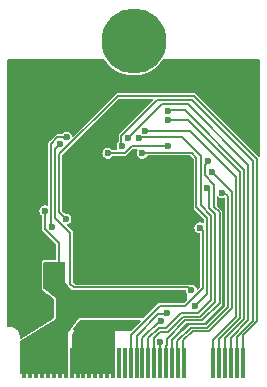
<source format=gbr>
%TF.GenerationSoftware,KiCad,Pcbnew,8.0.4*%
%TF.CreationDate,2024-09-25T00:08:56+05:30*%
%TF.ProjectId,NYSM.2_TMC2209_Stepper_driver,4e59534d-2e32-45f5-944d-43323230395f,rev?*%
%TF.SameCoordinates,Original*%
%TF.FileFunction,Copper,L1,Top*%
%TF.FilePolarity,Positive*%
%FSLAX46Y46*%
G04 Gerber Fmt 4.6, Leading zero omitted, Abs format (unit mm)*
G04 Created by KiCad (PCBNEW 8.0.4) date 2024-09-25 00:08:56*
%MOMM*%
%LPD*%
G01*
G04 APERTURE LIST*
%TA.AperFunction,ComponentPad*%
%ADD10C,5.500000*%
%TD*%
%TA.AperFunction,SMDPad,CuDef*%
%ADD11R,0.350000X2.500000*%
%TD*%
%TA.AperFunction,ViaPad*%
%ADD12C,0.650000*%
%TD*%
%TA.AperFunction,ViaPad*%
%ADD13C,0.600000*%
%TD*%
%TA.AperFunction,Conductor*%
%ADD14C,0.150000*%
%TD*%
%TA.AperFunction,Conductor*%
%ADD15C,0.160000*%
%TD*%
%TA.AperFunction,Conductor*%
%ADD16C,0.200000*%
%TD*%
G04 APERTURE END LIST*
D10*
%TO.P,U2,MOUNTING-HOLE,MP1*%
%TO.N,unconnected-(U2-MP1-PadMOUNTING-HOLE)*%
X144780000Y-102400000D03*
D11*
%TO.P,U2,P$1,1*%
%TO.N,EN*%
X154030000Y-129650000D03*
%TO.P,U2,P$3,3*%
%TO.N,MS1*%
X153530000Y-129650000D03*
%TO.P,U2,P$5,5*%
%TO.N,MS2*%
X153030000Y-129650000D03*
%TO.P,U2,P$7,7*%
%TO.N,UART_TX*%
X152530000Y-129650000D03*
%TO.P,U2,P$9,9*%
%TO.N,UART_RX*%
X152030000Y-129650000D03*
%TO.P,U2,P$11,11*%
%TO.N,CLK*%
X151530000Y-129650000D03*
%TO.P,U2,P$21,21*%
%TO.N,STEP*%
X149030000Y-129650000D03*
%TO.P,U2,P$23,23*%
%TO.N,DIR*%
X148530000Y-129650000D03*
%TO.P,U2,P$25,25*%
%TO.N,GND*%
X148030000Y-129650000D03*
%TO.P,U2,P$27,27*%
%TO.N,VCC_IO*%
X147530000Y-129650000D03*
%TO.P,U2,P$29,29*%
%TO.N,GND*%
X147030000Y-129650000D03*
%TO.P,U2,P$31,31*%
%TO.N,__VREF__*%
X146530000Y-129650000D03*
%TO.P,U2,P$33,33*%
%TO.N,DIAG*%
X146030000Y-129650000D03*
%TO.P,U2,P$35,35*%
%TO.N,INDEX*%
X145530000Y-129650000D03*
%TO.P,U2,P$37,37*%
%TO.N,SPREAD*%
X145030000Y-129650000D03*
%TO.P,U2,P$39,39*%
%TO.N,STDBY*%
X144530000Y-129650000D03*
%TO.P,U2,P$41,41*%
%TO.N,unconnected-(U2-41-PadP$41)*%
X144030000Y-129650000D03*
%TO.P,U2,P$43,43*%
%TO.N,unconnected-(U2-43-PadP$43)*%
X143530000Y-129650000D03*
%TO.P,U2,P$45,45*%
%TO.N,GND*%
X143030000Y-129650000D03*
%TO.P,U2,P$47,47*%
X142530000Y-129650000D03*
%TO.P,U2,P$49,49*%
X142030000Y-129650000D03*
%TO.P,U2,P$51,51*%
X141530000Y-129650000D03*
%TO.P,U2,P$53,53*%
X141030000Y-129650000D03*
%TO.P,U2,P$55,55*%
X140530000Y-129650000D03*
%TO.P,U2,P$57,57*%
X140030000Y-129650000D03*
%TO.P,U2,P$59,59*%
X139530000Y-129650000D03*
%TO.P,U2,P$61,61*%
%TO.N,POW_MOT*%
X139030000Y-129650000D03*
%TO.P,U2,P$63,63*%
X138530000Y-129650000D03*
%TO.P,U2,P$65,65*%
X138030000Y-129650000D03*
%TO.P,U2,P$67,67*%
X137530000Y-129650000D03*
%TO.P,U2,P$69,69*%
X137030000Y-129650000D03*
%TO.P,U2,P$71,71*%
X136530000Y-129650000D03*
%TO.P,U2,P$73,73*%
X136030000Y-129650000D03*
%TO.P,U2,P$75,75*%
X135530000Y-129650000D03*
%TD*%
D12*
%TO.N,GND*%
X151891400Y-106449200D03*
X150091400Y-106349200D03*
X149891400Y-122299200D03*
%TO.N,POW_MOT*%
X148091400Y-124149200D03*
D13*
X138431400Y-121509200D03*
X137266400Y-116749200D03*
X138431400Y-122349200D03*
X137601400Y-122319200D03*
X138031400Y-123079200D03*
D12*
X147291400Y-124149200D03*
X148891400Y-124149200D03*
D13*
X137601400Y-121509200D03*
%TO.N,VCC_IO*%
X147681400Y-111239200D03*
X139127087Y-110543513D03*
X151091400Y-112549200D03*
X142591400Y-111884200D03*
X137901400Y-118149200D03*
%TO.N,GND*%
X140191400Y-108349200D03*
X147291400Y-112849200D03*
X141041400Y-126419200D03*
X147891400Y-104949200D03*
X142541400Y-126379200D03*
D12*
X145191400Y-116349200D03*
D13*
X154891400Y-104449200D03*
X142501400Y-110929200D03*
X137541400Y-124199200D03*
D12*
X143591400Y-118749200D03*
X145991400Y-116349200D03*
D13*
X142091400Y-114749200D03*
D12*
X145191400Y-117149200D03*
D13*
X134891400Y-116749200D03*
X147591400Y-114549200D03*
X135691400Y-105649200D03*
X141711400Y-127039200D03*
D12*
X135991400Y-116999200D03*
D13*
X139791400Y-105949200D03*
X134891400Y-118199200D03*
X147054999Y-127872455D03*
X137541400Y-124999200D03*
X140991400Y-112849200D03*
X142391400Y-109249200D03*
X154791400Y-105849200D03*
D12*
X145191400Y-117949200D03*
D13*
X136991400Y-107249200D03*
X137591400Y-105749200D03*
D12*
X136041400Y-118149200D03*
D13*
X136191400Y-110249200D03*
X140291400Y-127029200D03*
X140624677Y-118001601D03*
D12*
X144391400Y-118749200D03*
D13*
X152211400Y-116189200D03*
X148291400Y-112849200D03*
D12*
X145991400Y-117149200D03*
D13*
X141291400Y-113849200D03*
D12*
X144391400Y-117949200D03*
D13*
X137491400Y-108549200D03*
X135691400Y-108549200D03*
D12*
X136091400Y-114999200D03*
X145991400Y-117949200D03*
D13*
X148271400Y-113859200D03*
X135091400Y-111849200D03*
D12*
X144391400Y-117149200D03*
X143591400Y-116349200D03*
D13*
X142291400Y-113849200D03*
D12*
X143591400Y-117149200D03*
D13*
X141491400Y-110849200D03*
X137491400Y-125799200D03*
D12*
X143591400Y-117949200D03*
X145991400Y-118749200D03*
D13*
X139041400Y-112599200D03*
D12*
X145191400Y-118749200D03*
D13*
X135691400Y-113279200D03*
D12*
X144391400Y-116349200D03*
D13*
X141791400Y-105939200D03*
X142291400Y-112849200D03*
X141791400Y-109949200D03*
X149271400Y-117299200D03*
X134891400Y-115049200D03*
%TO.N,EN*%
X139051400Y-117449200D03*
%TO.N,CLK*%
X145771400Y-109969200D03*
%TO.N,STDBY*%
X150381400Y-118189200D03*
%TO.N,SPREAD*%
X138561400Y-111109200D03*
X149662242Y-123502011D03*
X147571400Y-125399200D03*
%TO.N,DIAG*%
X145241400Y-110629200D03*
%TO.N,MS1*%
X143801400Y-111309200D03*
%TO.N,DIR*%
X152291400Y-115229200D03*
%TO.N,STEP*%
X151386400Y-113449200D03*
%TO.N,MS2*%
X144321400Y-110609200D03*
%TO.N,INDEX*%
X147096400Y-126094965D03*
X145511400Y-111889200D03*
X149991400Y-124799200D03*
%TO.N,__VREF__*%
X150971400Y-114861688D03*
%TO.N,UART_TX*%
X147701400Y-108289200D03*
%TO.N,UART_RX*%
X147701400Y-109089203D03*
%TD*%
D14*
%TO.N,CLK*%
X151530000Y-127662072D02*
X151530000Y-129650000D01*
X153451400Y-113909200D02*
X153451400Y-125740672D01*
X149511400Y-109969200D02*
X153451400Y-113909200D01*
X145771400Y-109969200D02*
X149511400Y-109969200D01*
X153451400Y-125740672D02*
X151530000Y-127662072D01*
%TO.N,VCC_IO*%
X147530000Y-128185627D02*
X147530000Y-129650000D01*
X147580000Y-128135627D02*
X147530000Y-128185627D01*
X147580000Y-127625626D02*
X147580000Y-128135627D01*
X149156426Y-126049200D02*
X147580000Y-127625626D01*
X150601705Y-126049200D02*
X149156426Y-126049200D01*
X152051400Y-124599505D02*
X150601705Y-126049200D01*
X152051400Y-116879200D02*
X152051400Y-124599505D01*
X151591400Y-114549200D02*
X151591400Y-116419200D01*
X151591400Y-116419200D02*
X152051400Y-116879200D01*
X150791400Y-113749200D02*
X151591400Y-114549200D01*
X150791400Y-112849200D02*
X150791400Y-113749200D01*
X151091400Y-112549200D02*
X150791400Y-112849200D01*
%TO.N,__VREF__*%
X146530000Y-127559278D02*
X146530000Y-129650000D01*
X147046609Y-127042670D02*
X146530000Y-127559278D01*
X147667930Y-127042670D02*
X147046609Y-127042670D01*
X151701400Y-117067398D02*
X151701400Y-124454531D01*
X151191400Y-116557398D02*
X151701400Y-117067398D01*
X148961400Y-125749200D02*
X147667930Y-127042670D01*
X151191400Y-115081688D02*
X151191400Y-116557398D01*
X151701400Y-124454531D02*
X150406731Y-125749200D01*
X150406731Y-125749200D02*
X148961400Y-125749200D01*
X150971400Y-114861688D02*
X151191400Y-115081688D01*
%TO.N,EN*%
X155205000Y-112362800D02*
X155205000Y-126135600D01*
X149891400Y-107049200D02*
X155205000Y-112362800D01*
X138491400Y-111992373D02*
X143434573Y-107049200D01*
X155205000Y-126135600D02*
X154030000Y-127310600D01*
X154030000Y-127310600D02*
X154030000Y-129650000D01*
X139051400Y-117449200D02*
X138491400Y-116889200D01*
X138491400Y-116889200D02*
X138491400Y-111992373D01*
X143434573Y-107049200D02*
X149891400Y-107049200D01*
%TO.N,MS1*%
X153491400Y-129611400D02*
X153530000Y-129650000D01*
X153491400Y-127424936D02*
X153491400Y-129611400D01*
X149691400Y-107349200D02*
X154855000Y-112512800D01*
X146791400Y-107349200D02*
X149691400Y-107349200D01*
X154855000Y-112512800D02*
X154855000Y-126061336D01*
X154855000Y-126061336D02*
X153491400Y-127424936D01*
X143746400Y-110394200D02*
X146791400Y-107349200D01*
X143746400Y-111254200D02*
X143746400Y-110394200D01*
X143801400Y-111309200D02*
X143746400Y-111254200D01*
%TO.N,MS2*%
X147191400Y-107749200D02*
X144331400Y-110609200D01*
X154501400Y-112859200D02*
X149391400Y-107749200D01*
X149391400Y-107749200D02*
X147191400Y-107749200D01*
X144331400Y-110609200D02*
X144321400Y-110609200D01*
X152991400Y-127500672D02*
X154501400Y-125990672D01*
X152991400Y-129611400D02*
X152991400Y-127500672D01*
X153030000Y-129650000D02*
X152991400Y-129611400D01*
X154501400Y-125990672D02*
X154501400Y-112859200D01*
%TO.N,UART_TX*%
X152530000Y-127510600D02*
X152530000Y-129650000D01*
X154151400Y-113309200D02*
X154151400Y-125889200D01*
X149091400Y-108249200D02*
X154151400Y-113309200D01*
X154151400Y-125889200D02*
X152530000Y-127510600D01*
X147741400Y-108249200D02*
X149091400Y-108249200D01*
X147701400Y-108289200D02*
X147741400Y-108249200D01*
%TO.N,UART_RX*%
X152030000Y-127586336D02*
X152030000Y-129650000D01*
X153801400Y-113459200D02*
X153801400Y-125814936D01*
X149391400Y-109049200D02*
X153801400Y-113459200D01*
X147754573Y-109049200D02*
X149391400Y-109049200D01*
X147714570Y-109089203D02*
X147754573Y-109049200D01*
X147701400Y-109089203D02*
X147714570Y-109089203D01*
X153801400Y-125814936D02*
X152030000Y-127586336D01*
%TO.N,DIAG*%
X151351400Y-117212373D02*
X151351400Y-121869200D01*
X150446400Y-112104200D02*
X150446400Y-116307373D01*
X148891400Y-110549200D02*
X150446400Y-112104200D01*
X145321400Y-110549200D02*
X148891400Y-110549200D01*
X145241400Y-110629200D02*
X145321400Y-110549200D01*
X150446400Y-116307373D02*
X151351400Y-117212373D01*
D15*
%TO.N,POW_MOT*%
X138431400Y-119489200D02*
X138431400Y-121509200D01*
X137266400Y-118324200D02*
X138431400Y-119489200D01*
X137266400Y-116749200D02*
X137266400Y-118324200D01*
D14*
%TO.N,INDEX*%
X151001400Y-123789200D02*
X149991400Y-124799200D01*
X151001400Y-117357347D02*
X151001400Y-123789200D01*
X150096400Y-112254200D02*
X150096400Y-116452347D01*
X149691400Y-111849200D02*
X150096400Y-112254200D01*
X150096400Y-116452347D02*
X151001400Y-117357347D01*
X145551400Y-111849200D02*
X149691400Y-111849200D01*
X145511400Y-111889200D02*
X145551400Y-111849200D01*
%TO.N,STEP*%
X148991400Y-129611400D02*
X149030000Y-129650000D01*
X151930000Y-126215574D02*
X151196374Y-126949200D01*
X153101400Y-125034427D02*
X151930000Y-126205827D01*
X151196374Y-126949200D02*
X149765657Y-126949200D01*
X149765657Y-126949200D02*
X148991400Y-127723457D01*
X153101400Y-115164200D02*
X153101400Y-125034427D01*
X148991400Y-127723457D02*
X148991400Y-129611400D01*
X151386400Y-113449200D02*
X153101400Y-115164200D01*
X151930000Y-126205827D02*
X151930000Y-126215574D01*
%TO.N,VCC_IO*%
X144609573Y-111314200D02*
X147606400Y-111314200D01*
X144039573Y-111884200D02*
X144609573Y-111314200D01*
X142591400Y-111884200D02*
X144039573Y-111884200D01*
X147606400Y-111314200D02*
X147681400Y-111239200D01*
X137791400Y-118039200D02*
X137901400Y-118149200D01*
X138323227Y-110534200D02*
X137791400Y-111066027D01*
X138799573Y-110534200D02*
X138323227Y-110534200D01*
X137791400Y-111066027D02*
X137791400Y-118039200D01*
X138967986Y-110702614D02*
X138799573Y-110534200D01*
X139127087Y-110543513D02*
X138967986Y-110702614D01*
%TO.N,SPREAD*%
X149409431Y-123249200D02*
X149662242Y-123502011D01*
X139431400Y-122969200D02*
X139711400Y-123249200D01*
X139711400Y-123249200D02*
X149409431Y-123249200D01*
X139431400Y-118642373D02*
X139431400Y-122969200D01*
X138141400Y-117352373D02*
X139431400Y-118642373D01*
X138141400Y-111529200D02*
X138141400Y-117352373D01*
X138561400Y-111109200D02*
X138141400Y-111529200D01*
%TO.N,GND*%
X147030000Y-127897454D02*
X147030000Y-129650000D01*
X147054999Y-127872455D02*
X147030000Y-127897454D01*
X152401400Y-124744479D02*
X150796679Y-126349200D01*
X152401400Y-116379200D02*
X152401400Y-124744479D01*
X150796679Y-126349200D02*
X149351400Y-126349200D01*
X147991400Y-127709200D02*
X147991400Y-129611400D01*
X149351400Y-126349200D02*
X147991400Y-127709200D01*
X152211400Y-116189200D02*
X152401400Y-116379200D01*
X147991400Y-129611400D02*
X148030000Y-129650000D01*
%TO.N,CLK*%
X151555000Y-129650000D02*
X151530000Y-129650000D01*
%TO.N,STDBY*%
X150381400Y-118189200D02*
X150651400Y-118459200D01*
X150651400Y-118459200D02*
X150651400Y-123326027D01*
X149153227Y-124824200D02*
X146996400Y-124824200D01*
X150651400Y-123326027D02*
X149153227Y-124824200D01*
X144530000Y-127290600D02*
X144530000Y-129650000D01*
X146996400Y-124824200D02*
X144530000Y-127290600D01*
%TO.N,SPREAD*%
X146858227Y-125519965D02*
X145031400Y-127346792D01*
X145031400Y-128269200D02*
X145030000Y-128270600D01*
X147334573Y-125519965D02*
X146858227Y-125519965D01*
X145030000Y-128270600D02*
X145030000Y-129650000D01*
X145031400Y-127346792D02*
X145031400Y-128269200D01*
%TO.N,DIAG*%
X147522956Y-126692670D02*
X148766426Y-125449200D01*
X146901634Y-126692670D02*
X147522956Y-126692670D01*
X151351400Y-124309557D02*
X151351400Y-121809200D01*
X146030000Y-127564304D02*
X146901634Y-126692670D01*
X150211757Y-125449200D02*
X151351400Y-124309557D01*
X146030000Y-129650000D02*
X146030000Y-127564304D01*
X148766426Y-125449200D02*
X150211757Y-125449200D01*
%TO.N,DIR*%
X152431400Y-115229200D02*
X152751400Y-115549200D01*
X152751400Y-124889453D02*
X150991653Y-126649200D01*
X148491400Y-129611400D02*
X148530000Y-129650000D01*
X148491400Y-127799193D02*
X148491400Y-129611400D01*
X152291400Y-115229200D02*
X152431400Y-115229200D01*
X150991653Y-126649200D02*
X149641393Y-126649200D01*
X149641393Y-126649200D02*
X148491400Y-127799193D01*
X152751400Y-115549200D02*
X152751400Y-124889453D01*
%TO.N,INDEX*%
X147187930Y-125984200D02*
X147115129Y-125984200D01*
D16*
X147096400Y-126094965D02*
X147096400Y-126075730D01*
D14*
X145530000Y-127569329D02*
X145530000Y-129650000D01*
D16*
X147096400Y-126075730D02*
X147187930Y-125984200D01*
D14*
X147115129Y-125984200D02*
X145530000Y-127569329D01*
%TD*%
%TA.AperFunction,Conductor*%
%TO.N,GND*%
G36*
X140771429Y-103946014D02*
G01*
X140791400Y-103946004D01*
X140791400Y-106949200D01*
X137791400Y-109949200D01*
X135691400Y-111949200D01*
X135681400Y-119949200D01*
X136671400Y-121139200D01*
X136671400Y-122849321D01*
X136979900Y-123157821D01*
X136979900Y-123311074D01*
X136980890Y-123328923D01*
X136982773Y-123345844D01*
X137007372Y-123415225D01*
X137007375Y-123415231D01*
X137035822Y-123459548D01*
X137035824Y-123459551D01*
X137073857Y-123500773D01*
X137464674Y-123798538D01*
X137580547Y-123886822D01*
X137605518Y-123902468D01*
X137630487Y-123915100D01*
X137630491Y-123915101D01*
X137630492Y-123915102D01*
X137659528Y-123926599D01*
X137659468Y-123926749D01*
X137674246Y-123933907D01*
X137727258Y-123967976D01*
X137743819Y-123982326D01*
X137782777Y-124027287D01*
X137782778Y-124027288D01*
X137801375Y-124048750D01*
X137812882Y-124060726D01*
X137824410Y-124071550D01*
X137837080Y-124082276D01*
X137971400Y-124184614D01*
X137971400Y-125895448D01*
X135248029Y-127581344D01*
X135196464Y-127592079D01*
X135150062Y-127567156D01*
X135130536Y-127518238D01*
X135130500Y-127515874D01*
X135130500Y-127321162D01*
X135130499Y-127321153D01*
X135099737Y-127166503D01*
X135039394Y-127020821D01*
X135004078Y-126967967D01*
X134994376Y-126953446D01*
X134981400Y-126910668D01*
X134981400Y-126883018D01*
X134981400Y-126649200D01*
X134609216Y-126649200D01*
X134563498Y-126630263D01*
X134563493Y-126630262D01*
X134408846Y-126599500D01*
X134408842Y-126599500D01*
X134369562Y-126599500D01*
X134157500Y-126599500D01*
X134108005Y-126581485D01*
X134081670Y-126535871D01*
X134081400Y-126532785D01*
X134081400Y-116949200D01*
X134080500Y-116832110D01*
X134080500Y-104016200D01*
X134098515Y-103966705D01*
X134144129Y-103940370D01*
X134157500Y-103939200D01*
X140752707Y-103939200D01*
X140771429Y-103946014D01*
G37*
%TD.AperFunction*%
%TD*%
%TA.AperFunction,Conductor*%
%TO.N,GND*%
G36*
X143171400Y-126429200D02*
G01*
X143174190Y-126909085D01*
X143181399Y-128149027D01*
X143181400Y-128149475D01*
X143181400Y-130522500D01*
X143163385Y-130571995D01*
X143117771Y-130598330D01*
X143104400Y-130599500D01*
X139620953Y-130599500D01*
X139571458Y-130581485D01*
X139545123Y-130535871D01*
X139543961Y-130521423D01*
X139591046Y-127174324D01*
X139606505Y-127129120D01*
X140411400Y-126059200D01*
X142461400Y-126049200D01*
X143171400Y-126429200D01*
G37*
%TD.AperFunction*%
%TD*%
%TA.AperFunction,Conductor*%
%TO.N,POW_MOT*%
G36*
X138283890Y-121097664D02*
G01*
X138391390Y-121099200D01*
X138391400Y-121099200D01*
X138741400Y-121099200D01*
X138914400Y-121099200D01*
X138963895Y-121117215D01*
X138990230Y-121162829D01*
X138991400Y-121176200D01*
X138991400Y-122849200D01*
X139219087Y-123076887D01*
X139230663Y-123094209D01*
X139230932Y-123094030D01*
X139235145Y-123100336D01*
X139515144Y-123380334D01*
X139580266Y-123445456D01*
X139665352Y-123480700D01*
X149131263Y-123480700D01*
X149180758Y-123498715D01*
X149207093Y-123544329D01*
X149207479Y-123546741D01*
X149219730Y-123631942D01*
X149219730Y-123631944D01*
X149274260Y-123751351D01*
X149277238Y-123755984D01*
X149275517Y-123757089D01*
X149291390Y-123798619D01*
X149291400Y-123799850D01*
X149291400Y-124326743D01*
X149273385Y-124376238D01*
X149268847Y-124381190D01*
X149123390Y-124526647D01*
X149075654Y-124548907D01*
X149068943Y-124549200D01*
X146891400Y-124549200D01*
X145613953Y-125826647D01*
X145566217Y-125848907D01*
X145559506Y-125849200D01*
X140191400Y-125849200D01*
X139191399Y-127149200D01*
X139191399Y-127149201D01*
X139153488Y-130523365D01*
X139134919Y-130572654D01*
X139089011Y-130598476D01*
X139076493Y-130599500D01*
X135207500Y-130599500D01*
X135158005Y-130581485D01*
X135131670Y-130535871D01*
X135130500Y-130522500D01*
X135130500Y-127886934D01*
X135148515Y-127837439D01*
X135166964Y-127821469D01*
X138191400Y-125949200D01*
X138191400Y-124149200D01*
X137934956Y-123953814D01*
X137923428Y-123942990D01*
X137904831Y-123921528D01*
X137843418Y-123850653D01*
X137843416Y-123850652D01*
X137843417Y-123850652D01*
X137732989Y-123779683D01*
X137732986Y-123779682D01*
X137703392Y-123770992D01*
X137678423Y-123758360D01*
X137171735Y-123372312D01*
X137143283Y-123327987D01*
X137141400Y-123311064D01*
X137141400Y-121174812D01*
X137159415Y-121125317D01*
X137205029Y-121098982D01*
X137216994Y-121097825D01*
X137690195Y-121089221D01*
X137692596Y-121089217D01*
X138283890Y-121097664D01*
G37*
%TD.AperFunction*%
%TD*%
%TA.AperFunction,Conductor*%
%TO.N,GND*%
G36*
X149791400Y-122949200D02*
G01*
X139791400Y-122949200D01*
X139791400Y-112449200D01*
X149791400Y-112449200D01*
X149791400Y-122949200D01*
G37*
%TD.AperFunction*%
%TD*%
%TA.AperFunction,Conductor*%
%TO.N,GND*%
G36*
X149588483Y-126298715D02*
G01*
X149614818Y-126344329D01*
X149605672Y-126396200D01*
X149568456Y-126428837D01*
X149510259Y-126452944D01*
X149510257Y-126452945D01*
X149510256Y-126452946D01*
X149510254Y-126452947D01*
X149058121Y-126905080D01*
X149010385Y-126927340D01*
X149003429Y-126927633D01*
X148791705Y-126926959D01*
X148742268Y-126908787D01*
X148716078Y-126863088D01*
X148725389Y-126811247D01*
X148737499Y-126795516D01*
X149229763Y-126303253D01*
X149277499Y-126280993D01*
X149284210Y-126280700D01*
X149538988Y-126280700D01*
X149588483Y-126298715D01*
G37*
%TD.AperFunction*%
%TA.AperFunction,Conductor*%
G36*
X145346111Y-126028715D02*
G01*
X145372446Y-126074329D01*
X145363300Y-126126200D01*
X145351063Y-126142147D01*
X144602306Y-126890902D01*
X144554570Y-126913162D01*
X144547614Y-126913455D01*
X143174190Y-126909085D01*
X143174190Y-126909086D01*
X143171400Y-126429200D01*
X142461400Y-126049200D01*
X140411400Y-126059200D01*
X139780160Y-126898286D01*
X139779449Y-126898283D01*
X139744380Y-126898172D01*
X139694943Y-126879999D01*
X139668754Y-126834301D01*
X139678065Y-126782459D01*
X139683581Y-126774243D01*
X140247806Y-126040751D01*
X140292262Y-126012505D01*
X140308838Y-126010700D01*
X145296616Y-126010700D01*
X145346111Y-126028715D01*
G37*
%TD.AperFunction*%
%TA.AperFunction,Conductor*%
G36*
X134981400Y-126883018D02*
G01*
X134981399Y-126883017D01*
X134976728Y-126883003D01*
X134927291Y-126864829D01*
X134922528Y-126860450D01*
X134840287Y-126778209D01*
X134709182Y-126690607D01*
X134609216Y-126649200D01*
X134981400Y-126649200D01*
X134981400Y-126883018D01*
G37*
%TD.AperFunction*%
%TA.AperFunction,Conductor*%
G36*
X134081400Y-116949200D02*
G01*
X134081400Y-126532785D01*
X134080500Y-126522500D01*
X134080500Y-116832110D01*
X134081400Y-116949200D01*
G37*
%TD.AperFunction*%
%TA.AperFunction,Conductor*%
G36*
X151938400Y-115525376D02*
G01*
X151958088Y-115541632D01*
X151989382Y-115577747D01*
X152099810Y-115648716D01*
X152099812Y-115648716D01*
X152099813Y-115648717D01*
X152225765Y-115685700D01*
X152225769Y-115685700D01*
X152357031Y-115685700D01*
X152357035Y-115685700D01*
X152421210Y-115666856D01*
X152473771Y-115670196D01*
X152511891Y-115706543D01*
X152519900Y-115740737D01*
X152519900Y-124761669D01*
X152501885Y-124811164D01*
X152497347Y-124816116D01*
X150918316Y-126395147D01*
X150870580Y-126417407D01*
X150863869Y-126417700D01*
X150704110Y-126417700D01*
X150654615Y-126399685D01*
X150628280Y-126354071D01*
X150637426Y-126302200D01*
X150674641Y-126269562D01*
X150732839Y-126245456D01*
X150732842Y-126245453D01*
X150732843Y-126245453D01*
X151490248Y-125488047D01*
X152247656Y-124730640D01*
X152266133Y-124686031D01*
X152282900Y-124645553D01*
X152282900Y-116833152D01*
X152264569Y-116788898D01*
X152255966Y-116768127D01*
X152247657Y-116748066D01*
X151845453Y-116345862D01*
X151823193Y-116298126D01*
X151822900Y-116291415D01*
X151822900Y-115592060D01*
X151840915Y-115542565D01*
X151886529Y-115516230D01*
X151938400Y-115525376D01*
G37*
%TD.AperFunction*%
%TA.AperFunction,Conductor*%
G36*
X137999567Y-124206075D02*
G01*
X138028017Y-124250398D01*
X138029900Y-124267321D01*
X138029900Y-125816342D01*
X138011885Y-125865837D01*
X137993429Y-125881812D01*
X137971400Y-125895448D01*
X137971400Y-124184614D01*
X137999567Y-124206075D01*
G37*
%TD.AperFunction*%
%TA.AperFunction,Conductor*%
G36*
X146396110Y-107298715D02*
G01*
X146422445Y-107344329D01*
X146413299Y-107396200D01*
X146401062Y-107412147D01*
X144998134Y-108815076D01*
X143615266Y-110197944D01*
X143596599Y-110216611D01*
X143550145Y-110263064D01*
X143550144Y-110263065D01*
X143550144Y-110263066D01*
X143519128Y-110337946D01*
X143514900Y-110348153D01*
X143514900Y-110914025D01*
X143496885Y-110963520D01*
X143496093Y-110964449D01*
X143413419Y-111059859D01*
X143402988Y-111082700D01*
X143366812Y-111161917D01*
X143358888Y-111179268D01*
X143340206Y-111309199D01*
X143340206Y-111309200D01*
X143358888Y-111439132D01*
X143358888Y-111439133D01*
X143406648Y-111543714D01*
X143410822Y-111596219D01*
X143380269Y-111639123D01*
X143336606Y-111652700D01*
X143030004Y-111652700D01*
X142980509Y-111634685D01*
X142971811Y-111626124D01*
X142957258Y-111609329D01*
X142893418Y-111535653D01*
X142893416Y-111535652D01*
X142893417Y-111535652D01*
X142782989Y-111464683D01*
X142657035Y-111427700D01*
X142525765Y-111427700D01*
X142525764Y-111427700D01*
X142399811Y-111464683D01*
X142399810Y-111464683D01*
X142289383Y-111535652D01*
X142203419Y-111634859D01*
X142194365Y-111654686D01*
X142148888Y-111754267D01*
X142130206Y-111884200D01*
X142148888Y-112014133D01*
X142203419Y-112133540D01*
X142289382Y-112232747D01*
X142399810Y-112303716D01*
X142399812Y-112303716D01*
X142399813Y-112303717D01*
X142525765Y-112340700D01*
X142525769Y-112340700D01*
X142657031Y-112340700D01*
X142657035Y-112340700D01*
X142782987Y-112303717D01*
X142893418Y-112232747D01*
X142971811Y-112142275D01*
X143017838Y-112116667D01*
X143030004Y-112115700D01*
X144085620Y-112115700D01*
X144085621Y-112115700D01*
X144170707Y-112080456D01*
X144682910Y-111568253D01*
X144730646Y-111545993D01*
X144737357Y-111545700D01*
X145046606Y-111545700D01*
X145096101Y-111563715D01*
X145122436Y-111609329D01*
X145116647Y-111654686D01*
X145068888Y-111759267D01*
X145050206Y-111889200D01*
X145068888Y-112019133D01*
X145123419Y-112138540D01*
X145209382Y-112237747D01*
X145319810Y-112308716D01*
X145319812Y-112308716D01*
X145319813Y-112308717D01*
X145445765Y-112345700D01*
X145445769Y-112345700D01*
X145577031Y-112345700D01*
X145577035Y-112345700D01*
X145702987Y-112308717D01*
X145813418Y-112237747D01*
X145899381Y-112138540D01*
X145905238Y-112125713D01*
X145942184Y-112088175D01*
X145975280Y-112080700D01*
X149563616Y-112080700D01*
X149613111Y-112098715D01*
X149618063Y-112103253D01*
X149842347Y-112327537D01*
X149864607Y-112375273D01*
X149864900Y-112381984D01*
X149864900Y-116406299D01*
X149864900Y-116498395D01*
X149900144Y-116583481D01*
X149900145Y-116583483D01*
X149900146Y-116583484D01*
X150747347Y-117430684D01*
X150769607Y-117478420D01*
X150769900Y-117485131D01*
X150769900Y-117755216D01*
X150751885Y-117804711D01*
X150706271Y-117831046D01*
X150654400Y-117821900D01*
X150651271Y-117819992D01*
X150572992Y-117769685D01*
X150572988Y-117769683D01*
X150447035Y-117732700D01*
X150315765Y-117732700D01*
X150315764Y-117732700D01*
X150189811Y-117769683D01*
X150189810Y-117769683D01*
X150079383Y-117840652D01*
X149993419Y-117939859D01*
X149993419Y-117939860D01*
X149938888Y-118059267D01*
X149920206Y-118189200D01*
X149938888Y-118319133D01*
X149993419Y-118438540D01*
X150079382Y-118537747D01*
X150124566Y-118566785D01*
X150189810Y-118608716D01*
X150189812Y-118608716D01*
X150189813Y-118608717D01*
X150315765Y-118645700D01*
X150342900Y-118645700D01*
X150392395Y-118663715D01*
X150418730Y-118709329D01*
X150419900Y-118722700D01*
X150419900Y-123198242D01*
X150401885Y-123247737D01*
X150397347Y-123252689D01*
X150235297Y-123414738D01*
X150187561Y-123436998D01*
X150136684Y-123423366D01*
X150106474Y-123380220D01*
X150104920Y-123372647D01*
X150104754Y-123372080D01*
X150104754Y-123372078D01*
X150050223Y-123252671D01*
X149964260Y-123153464D01*
X149964258Y-123153463D01*
X149964259Y-123153463D01*
X149853831Y-123082494D01*
X149727877Y-123045511D01*
X149596607Y-123045511D01*
X149596604Y-123045511D01*
X149579371Y-123050571D01*
X149528214Y-123047828D01*
X149455479Y-123017700D01*
X149455478Y-123017700D01*
X139839184Y-123017700D01*
X139789689Y-122999685D01*
X139784737Y-122995147D01*
X139685453Y-122895863D01*
X139663193Y-122848127D01*
X139662900Y-122841416D01*
X139662900Y-118596324D01*
X139638636Y-118537746D01*
X139627657Y-118511239D01*
X139135427Y-118019009D01*
X139113167Y-117971273D01*
X139126799Y-117920397D01*
X139168178Y-117890682D01*
X139242987Y-117868717D01*
X139353418Y-117797747D01*
X139439381Y-117698540D01*
X139493912Y-117579133D01*
X139512594Y-117449200D01*
X139493912Y-117319267D01*
X139439381Y-117199860D01*
X139353418Y-117100653D01*
X139353416Y-117100652D01*
X139353417Y-117100652D01*
X139242989Y-117029683D01*
X139117035Y-116992700D01*
X138985765Y-116992700D01*
X138985761Y-116992700D01*
X138980532Y-116994236D01*
X138927967Y-116990895D01*
X138904392Y-116974802D01*
X138745453Y-116815863D01*
X138723193Y-116768127D01*
X138722900Y-116761416D01*
X138722900Y-112120157D01*
X138740915Y-112070662D01*
X138745453Y-112065710D01*
X143507911Y-107303253D01*
X143555647Y-107280993D01*
X143562358Y-107280700D01*
X146346615Y-107280700D01*
X146396110Y-107298715D01*
G37*
%TD.AperFunction*%
%TA.AperFunction,Conductor*%
G36*
X155451968Y-103957358D02*
G01*
X155478324Y-104002961D01*
X155479500Y-104016366D01*
X155479500Y-112124015D01*
X155461485Y-112173510D01*
X155415871Y-112199845D01*
X155364000Y-112190699D01*
X155348055Y-112178465D01*
X155343100Y-112173510D01*
X155336134Y-112166544D01*
X152682290Y-109512700D01*
X150022537Y-106852946D01*
X150022536Y-106852945D01*
X149997612Y-106842621D01*
X149937448Y-106817700D01*
X143388525Y-106817700D01*
X143328360Y-106842619D01*
X143328361Y-106842620D01*
X143303437Y-106852944D01*
X143303434Y-106852946D01*
X139700142Y-110456238D01*
X139652406Y-110478498D01*
X139601530Y-110464866D01*
X139571319Y-110421720D01*
X139569766Y-110414153D01*
X139569599Y-110413582D01*
X139569599Y-110413580D01*
X139515068Y-110294173D01*
X139429105Y-110194966D01*
X139429103Y-110194965D01*
X139429104Y-110194965D01*
X139318676Y-110123996D01*
X139192722Y-110087013D01*
X139061452Y-110087013D01*
X139061451Y-110087013D01*
X138935498Y-110123996D01*
X138935497Y-110123996D01*
X138825070Y-110194965D01*
X138825069Y-110194965D01*
X138825069Y-110194966D01*
X138754745Y-110276124D01*
X138708719Y-110301733D01*
X138696553Y-110302700D01*
X138369275Y-110302700D01*
X138277179Y-110302700D01*
X138251702Y-110313253D01*
X138192090Y-110337945D01*
X138192089Y-110337946D01*
X137790904Y-110739133D01*
X137660266Y-110869771D01*
X137639384Y-110890653D01*
X137595145Y-110934891D01*
X137595144Y-110934892D01*
X137595144Y-110934893D01*
X137560277Y-111019071D01*
X137559900Y-111019980D01*
X137559900Y-116256747D01*
X137541885Y-116306242D01*
X137496271Y-116332577D01*
X137461207Y-116330628D01*
X137332035Y-116292700D01*
X137200765Y-116292700D01*
X137200764Y-116292700D01*
X137074811Y-116329683D01*
X137074810Y-116329683D01*
X136964383Y-116400652D01*
X136878419Y-116499859D01*
X136878419Y-116499860D01*
X136823888Y-116619267D01*
X136805206Y-116749200D01*
X136823888Y-116879133D01*
X136878419Y-116998540D01*
X136964382Y-117097747D01*
X136964383Y-117097747D01*
X136964383Y-117097748D01*
X136968902Y-117100652D01*
X136994529Y-117117121D01*
X137026427Y-117159033D01*
X137029900Y-117181897D01*
X137029900Y-118371244D01*
X137065904Y-118458164D01*
X137065907Y-118458169D01*
X138172347Y-119564608D01*
X138194607Y-119612344D01*
X138194900Y-119619055D01*
X138194900Y-120856767D01*
X138176885Y-120906262D01*
X138131271Y-120932597D01*
X138116800Y-120933759D01*
X137694974Y-120927733D01*
X137693017Y-120927721D01*
X137692327Y-120927717D01*
X137692306Y-120927717D01*
X137692301Y-120927717D01*
X137689888Y-120927721D01*
X137687239Y-120927747D01*
X137214077Y-120936351D01*
X137214060Y-120936351D01*
X137214058Y-120936352D01*
X137201450Y-120937075D01*
X137195467Y-120937653D01*
X137189484Y-120938232D01*
X137124276Y-120959120D01*
X137078668Y-120985452D01*
X137078666Y-120985453D01*
X137050709Y-121005880D01*
X137050704Y-121005885D01*
X137007656Y-121070077D01*
X137007653Y-121070082D01*
X136989640Y-121119572D01*
X136979900Y-121174812D01*
X136979900Y-123157821D01*
X136671400Y-122849321D01*
X136671400Y-121139200D01*
X135681400Y-119949200D01*
X135691400Y-111949200D01*
X137791400Y-109949200D01*
X140791400Y-106949200D01*
X140791400Y-103946005D01*
X142271572Y-103945333D01*
X142321072Y-103963324D01*
X142338287Y-103983831D01*
X142347535Y-103999849D01*
X142347537Y-103999852D01*
X142347539Y-103999855D01*
X142549718Y-104271429D01*
X142782058Y-104517695D01*
X143041417Y-104735322D01*
X143324287Y-104921369D01*
X143626843Y-105073318D01*
X143944994Y-105189116D01*
X143944995Y-105189116D01*
X143944995Y-105189117D01*
X144274418Y-105267191D01*
X144274421Y-105267191D01*
X144274436Y-105267195D01*
X144610716Y-105306500D01*
X144610717Y-105306500D01*
X144949283Y-105306500D01*
X144949284Y-105306500D01*
X145285564Y-105267195D01*
X145285581Y-105267191D01*
X145615004Y-105189117D01*
X145615004Y-105189116D01*
X145615006Y-105189116D01*
X145933157Y-105073318D01*
X146235713Y-104921369D01*
X146518583Y-104735322D01*
X146777942Y-104517695D01*
X147010282Y-104271429D01*
X147212461Y-103999855D01*
X147223027Y-103981552D01*
X147263372Y-103947697D01*
X147289668Y-103943053D01*
X155402469Y-103939367D01*
X155451968Y-103957358D01*
G37*
%TD.AperFunction*%
%TD*%
M02*

</source>
